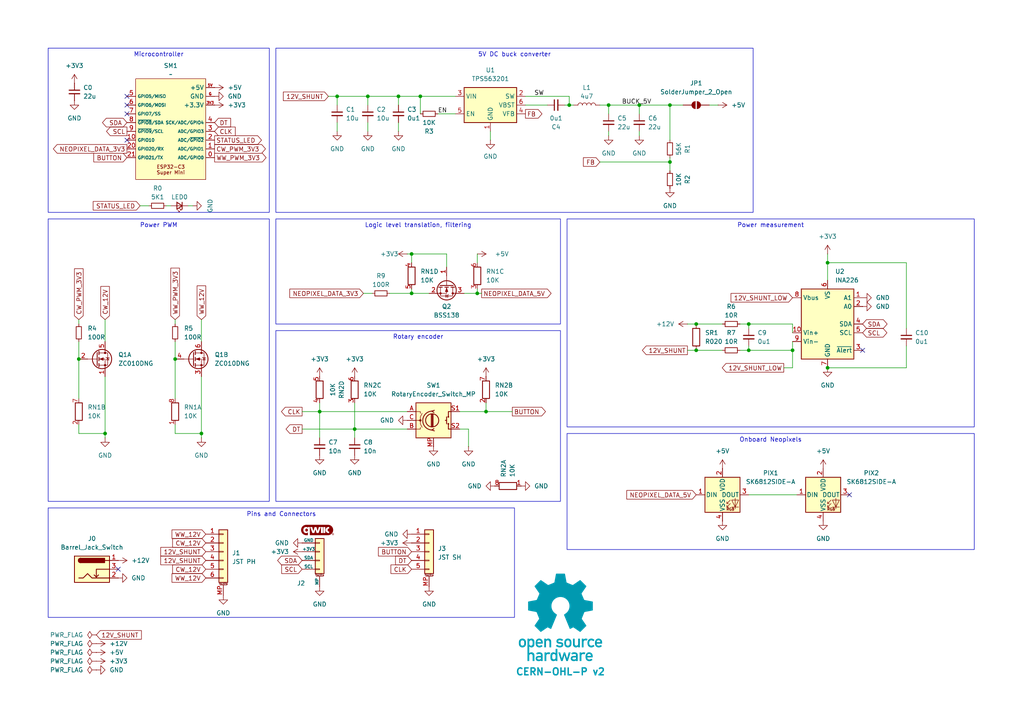
<source format=kicad_sch>
(kicad_sch (version 20231120) (generator "eeschema") (generator_version "8.0")
  (paper "A4")
  (lib_symbols
    (symbol "Connector:Barrel_Jack_Switch" (pin_names hide)
      (property "Reference" "J" (at 0 5.334 0))
      (property "Value" "Barrel_Jack_Switch" (at 0 -5.08 0))
      (symbol "Barrel_Jack_Switch_1_1"
        (pin passive line (at 7.62 2.54 180) (length 2.54) (name "~") (number "1"))
        (pin passive line (at 7.62 -2.54 180) (length 2.54) (name "~") (number "2"))
        (pin passive line (at 7.62 0 180) (length 2.54) (name "~") (number "3"))
      )
    )
    (symbol "Connector_Generic_MountingPin:Conn_01x05_MountingPin" (pin_names (offset 1.016) hide)
      (property "Reference" "J" (at 0 7.62 0))
      (property "Value" "Conn_01x05_MountingPin" (at 1.27 -7.62 0))
      (symbol "Conn_01x05_MountingPin_1_1"
        (text "Mounting" (at 0 -6.731 0) (effects (font (size 0.381 0.381))))
        (pin passive line (at -5.08 5.08 0) (length 3.81) (name "Pin_1") (number "1"))
        (pin passive line (at -5.08 2.54 0) (length 3.81) (name "Pin_2") (number "2"))
        (pin passive line (at -5.08 0 0) (length 3.81) (name "Pin_3") (number "3"))
        (pin passive line (at -5.08 -2.54 0) (length 3.81) (name "Pin_4") (number "4"))
        (pin passive line (at -5.08 -5.08 0) (length 3.81) (name "Pin_5") (number "5"))
        (pin passive line (at 0 -10.16 90) (length 3.048) (name "MountPin") (number "MP"))
      )
    )
    (symbol "Connector_Generic_MountingPin:Conn_01x06_MountingPin" (pin_names (offset 1.016) hide)
      (property "Reference" "J" (at 0 7.62 0))
      (property "Value" "Conn_01x06_MountingPin" (at 1.27 -10.16 0))
      (symbol "Conn_01x06_MountingPin_1_1"
        (text "Mounting" (at 0 -9.271 0) (effects (font (size 0.381 0.381))))
        (pin passive line (at -5.08 5.08 0) (length 3.81) (name "Pin_1") (number "1"))
        (pin passive line (at -5.08 2.54 0) (length 3.81) (name "Pin_2") (number "2"))
        (pin passive line (at -5.08 0 0) (length 3.81) (name "Pin_3") (number "3"))
        (pin passive line (at -5.08 -2.54 0) (length 3.81) (name "Pin_4") (number "4"))
        (pin passive line (at -5.08 -5.08 0) (length 3.81) (name "Pin_5") (number "5"))
        (pin passive line (at -5.08 -7.62 0) (length 3.81) (name "Pin_6") (number "6"))
        (pin passive line (at 0 -12.7 90) (length 3.048) (name "MountPin") (number "MP"))
      )
    )
    (symbol "Device:C_Small" (pin_numbers hide) (pin_names (offset 0.254) hide)
      (property "Reference" "C" (at 0.254 1.778 0))
      (property "Value" "C_Small" (at 0.254 -2.032 0))
      (symbol "C_Small_1_1"
        (pin passive line (at 0 2.54 270) (length 2.032) (name "~") (number "1"))
        (pin passive line (at 0 -2.54 90) (length 2.032) (name "~") (number "2"))
      )
    )
    (symbol "Device:L" (pin_numbers hide) (pin_names (offset 1.016) hide)
      (property "Reference" "L" (at -1.27 0 90))
      (property "Value" "L" (at 1.905 0 90))
      (symbol "L_1_1"
        (pin passive line (at 0 3.81 270) (length 1.27) (name "1") (number "1"))
        (pin passive line (at 0 -3.81 90) (length 1.27) (name "2") (number "2"))
      )
    )
    (symbol "Device:LED_Small" (pin_numbers hide) (pin_names (offset 0.254) hide)
      (property "Reference" "D" (at -1.27 3.175 0))
      (property "Value" "LED_Small" (at -4.445 -2.54 0))
      (symbol "LED_Small_1_1"
        (pin passive line (at -2.54 0 0) (length 1.778) (name "K") (number "1"))
        (pin passive line (at 2.54 0 180) (length 1.778) (name "A") (number "2"))
      )
    )
    (symbol "Device:R" (pin_numbers hide) (pin_names (offset 0))
      (property "Reference" "R" (at 2.032 0 90))
      (property "Value" "R" (at 0 0 90))
      (symbol "R_1_1"
        (pin passive line (at 0 3.81 270) (length 1.27) (name "~") (number "1"))
        (pin passive line (at 0 -3.81 90) (length 1.27) (name "~") (number "2"))
      )
    )
    (symbol "Device:R_Pack04_Split" (pin_names (offset 0) hide)
      (property "Reference" "RN" (at 2.032 0 90))
      (property "Value" "R_Pack04_Split" (at 0 0 90))
      (symbol "R_Pack04_Split_1_1"
        (pin passive line (at 0 -3.81 90) (length 1.27) (name "R1.1") (number "1"))
        (pin passive line (at 0 3.81 270) (length 1.27) (name "R1.2") (number "8"))
      )
      (symbol "R_Pack04_Split_2_1"
        (pin passive line (at 0 -3.81 90) (length 1.27) (name "R2.1") (number "2"))
        (pin passive line (at 0 3.81 270) (length 1.27) (name "R2.2") (number "7"))
      )
      (symbol "R_Pack04_Split_3_1"
        (pin passive line (at 0 -3.81 90) (length 1.27) (name "R3.1") (number "3"))
        (pin passive line (at 0 3.81 270) (length 1.27) (name "R3.2") (number "6"))
      )
      (symbol "R_Pack04_Split_4_1"
        (pin passive line (at 0 -3.81 90) (length 1.27) (name "R4.1") (number "4"))
        (pin passive line (at 0 3.81 270) (length 1.27) (name "R4.2") (number "5"))
      )
    )
    (symbol "Device:R_Small" (pin_numbers hide) (pin_names (offset 0.254) hide)
      (property "Reference" "R" (at 0.762 0.508 0))
      (property "Value" "R_Small" (at 0.762 -1.016 0))
      (symbol "R_Small_1_1"
        (pin passive line (at 0 2.54 270) (length 0.762) (name "~") (number "1"))
        (pin passive line (at 0 -2.54 90) (length 0.762) (name "~") (number "2"))
      )
    )
    (symbol "Device:RotaryEncoder_Switch_MP" (pin_names (offset 0.254) hide)
      (property "Reference" "SW" (at 0 8.89 0))
      (property "Value" "RotaryEncoder_Switch_MP" (at 0 6.35 0))
      (symbol "RotaryEncoder_Switch_MP_1_1"
        (pin passive line (at -7.62 2.54 0) (length 2.54) (name "A") (number "A"))
        (pin passive line (at -7.62 -2.54 0) (length 2.54) (name "B") (number "B"))
        (pin passive line (at -7.62 0 0) (length 2.54) (name "C") (number "C"))
        (pin passive line (at 0 -7.62 90) (length 2.54) (name "MP") (number "MP"))
        (pin passive line (at 7.62 2.54 180) (length 2.54) (name "S1") (number "S1"))
        (pin passive line (at 7.62 -2.54 180) (length 2.54) (name "S2") (number "S2"))
      )
    )
    (symbol "Jumper:SolderJumper_2_Open" (pin_numbers hide) (pin_names (offset 0) hide) (exclude_from_sim yes) (in_bom no)
      (property "Reference" "JP" (at 0 2.032 0))
      (property "Value" "SolderJumper_2_Open" (at 0 -2.54 0))
      (symbol "SolderJumper_2_Open_1_1"
        (pin passive line (at -3.81 0 0) (length 2.54) (name "A") (number "1"))
        (pin passive line (at 3.81 0 180) (length 2.54) (name "B") (number "2"))
      )
    )
    (symbol "Regulator_Switching:TPS563200"
      (property "Reference" "U" (at -7.62 6.35 0))
      (property "Value" "TPS563200" (at -2.54 6.35 0))
      (symbol "TPS563200_1_1"
        (pin power_in line (at 0 -7.62 90) (length 2.54) (name "GND") (number "1"))
        (pin output line (at 10.16 2.54 180) (length 2.54) (name "SW") (number "2"))
        (pin power_in line (at -10.16 2.54 0) (length 2.54) (name "VIN") (number "3"))
        (pin input line (at 10.16 -2.54 180) (length 2.54) (name "VFB") (number "4"))
        (pin input line (at -10.16 -2.54 0) (length 2.54) (name "EN") (number "5"))
        (pin passive line (at 10.16 0 180) (length 2.54) (name "VBST") (number "6"))
      )
    )
    (symbol "Sensor_Energy:INA226"
      (property "Reference" "U" (at -6.35 11.43 0))
      (property "Value" "INA226" (at 3.81 11.43 0))
      (symbol "INA226_1_1"
        (pin input line (at 10.16 7.62 180) (length 2.54) (name "A1") (number "1"))
        (pin input line (at -10.16 -2.54 0) (length 2.54) (name "Vin+") (number "10"))
        (pin input line (at 10.16 5.08 180) (length 2.54) (name "A0") (number "2"))
        (pin open_collector line (at 10.16 -7.62 180) (length 2.54) (name "~{Alert}") (number "3"))
        (pin bidirectional line (at 10.16 0 180) (length 2.54) (name "SDA") (number "4"))
        (pin input line (at 10.16 -2.54 180) (length 2.54) (name "SCL") (number "5"))
        (pin power_in line (at 0 12.7 270) (length 2.54) (name "VS") (number "6"))
        (pin power_in line (at 0 -12.7 90) (length 2.54) (name "GND") (number "7"))
        (pin input line (at -10.16 7.62 0) (length 2.54) (name "Vbus") (number "8"))
        (pin input line (at -10.16 -5.08 0) (length 2.54) (name "Vin-") (number "9"))
      )
    )
    (symbol "Transistor_FET:BSS138" (pin_names hide)
      (property "Reference" "Q" (at 5.08 1.905 0))
      (property "Value" "BSS138" (at 5.08 0 0))
      (symbol "BSS138_1_1"
        (pin input line (at -5.08 0 0) (length 2.54) (name "G") (number "1"))
        (pin passive line (at 2.54 -5.08 90) (length 2.54) (name "S") (number "2"))
        (pin passive line (at 2.54 5.08 270) (length 2.54) (name "D") (number "3"))
      )
    )
    (symbol "connector:Qwiic" (pin_numbers hide) (pin_names (offset 0))
      (property "Reference" "J" (at 2.54 0 0))
      (symbol "Qwiic_1_1"
        (text "Mounting" (at 0 -6.731 0) (effects (font (size 0.381 0.381))))
        (pin passive line (at -5.08 2.54 0) (length 3.81) (name "GND") (number "1"))
        (pin passive line (at -5.08 0 0) (length 3.81) (name "+3V3") (number "2"))
        (pin passive line (at -5.08 -2.54 0) (length 3.81) (name "SDA") (number "3"))
        (pin passive line (at -5.08 -5.08 0) (length 3.81) (name "SCL") (number "4"))
        (pin passive line (at 0 -10.16 90) (length 3.048) (name "MP") (number "MP"))
      )
    )
    (symbol "discrete:SK6812SIDE-A" (pin_names (offset 0.254))
      (property "Reference" "D" (at 5.08 5.715 0))
      (property "Value" "SK6812SIDE-A" (at 1.27 -5.715 0))
      (symbol "SK6812SIDE-A_0_0"
        (text "RGB" (at 2.286 -4.191 0) (effects (font (size 0.762 0.762))))
      )
      (symbol "SK6812SIDE-A_1_1"
        (pin input line (at -7.62 0 0) (length 2.54) (name "DIN") (number "1"))
        (pin power_in line (at 0 7.62 270) (length 2.54) (name "VDD") (number "2"))
        (pin output line (at 7.62 0 180) (length 2.54) (name "DOUT") (number "3"))
        (pin power_in line (at 0 -7.62 90) (length 2.54) (name "VSS") (number "4"))
      )
    )
    (symbol "discrete:ZC010DNG" (pin_names hide)
      (property "Reference" "Q" (at 5.08 1.905 0))
      (property "Value" "ZC010DNG" (at 5.08 0 0))
      (symbol "ZC010DNG_1_1"
        (pin passive line (at 2.54 -5.08 90) (length 2.54) (name "S") (number "1"))
        (pin input line (at -5.08 0 0) (length 2.54) (name "G") (number "2"))
        (pin passive line (at 2.54 5.08 270) (length 2.54) (name "D") (number "5"))
      )
      (symbol "ZC010DNG_2_1"
        (pin passive line (at 2.54 -5.08 90) (length 2.54) (name "S") (number "3"))
        (pin input line (at -5.08 0 0) (length 2.54) (name "G") (number "4"))
        (pin passive line (at 2.54 5.08 270) (length 2.54) (name "D") (number "6"))
      )
    )
    (symbol "module:ESP32-C3-Super-Mini"
      (property "Reference" "SM" (at 0 18.288 0))
      (symbol "ESP32-C3-Super-Mini_1_1"
        (text_box "ESP32-C3\nSuper Mini" (at -7.62 -10.16 0) (size 15.24 -5.08) (stroke (width -0.0001)) (effects (font (size 1.016 1.016)) (justify top)))
        (pin passive line (at 12.7 -8.89 180) (length 2.54) (name "ADC/GPIO0") (number "0"))
        (pin passive line (at 12.7 -6.35 180) (length 2.54) (name "ADC/GPIO1") (number "1"))
        (pin passive line (at -12.7 -3.81 0) (length 2.54) (name "GPIO10") (number "10"))
        (pin passive line (at 12.7 -3.81 180) (length 2.54) (name "ADC/~{GPIO2}") (number "2"))
        (pin passive line (at -12.7 -6.35 0) (length 2.54) (name "GPIO20/RX") (number "20"))
        (pin passive line (at -12.7 -8.89 0) (length 2.54) (name "GPIO21/TX") (number "21"))
        (pin passive line (at 12.7 -1.27 180) (length 2.54) (name "ADC/GPIO3") (number "3"))
        (pin power_in line (at 12.7 6.35 180) (length 2.54) (name "+3.3V") (number "3V3"))
        (pin passive line (at 12.7 1.27 180) (length 2.54) (name "SCK/ADC/GPIO4") (number "4"))
        (pin passive line (at -12.7 8.89 0) (length 2.54) (name "GPIO5/MISO") (number "5"))
        (pin power_in line (at 12.7 11.43 180) (length 2.54) (name "+5V") (number "5V"))
        (pin passive line (at -12.7 6.35 0) (length 2.54) (name "GPIO6/MOSI") (number "6"))
        (pin passive line (at -12.7 3.81 0) (length 2.54) (name "GPIO7/SS") (number "7"))
        (pin passive line (at -12.7 1.27 0) (length 2.54) (name "~{GPIO8}/SDA") (number "8"))
        (pin passive line (at -12.7 -1.27 0) (length 2.54) (name "~{GPIO9}/SCL") (number "9"))
        (pin power_in line (at 12.7 8.89 180) (length 2.54) (name "GND") (number "G"))
      )
    )
    (symbol "power:+3V3" (power) (pin_numbers hide) (pin_names (offset 0) hide)
      (property "Value" "+3V3" (at 0 3.556 0))
      (symbol "+3V3_1_1"
        (pin power_in line (at 0 0 90) (length 0) (name "~") (number "1"))
      )
    )
    (symbol "power:+5V" (power) (pin_numbers hide) (pin_names (offset 0) hide)
      (property "Value" "+5V" (at 0 3.556 0))
      (symbol "+5V_1_1"
        (pin power_in line (at 0 0 90) (length 0) (name "~") (number "1"))
      )
    )
    (symbol "power:GND" (power) (pin_numbers hide) (pin_names (offset 0) hide)
      (property "Value" "GND" (at 0 -3.81 0))
      (symbol "GND_1_1"
        (pin power_in line (at 0 0 270) (length 0) (name "~") (number "1"))
      )
    )
    (symbol "power:PWR_FLAG" (power) (pin_numbers hide) (pin_names (offset 0) hide)
      (property "Value" "PWR_FLAG" (at 0 3.81 0))
      (symbol "PWR_FLAG_0_0"
        (pin power_out line (at 0 0 90) (length 0) (name "~") (number "1"))
      )
    )
    (symbol "power:VCC" (power) (pin_numbers hide) (pin_names (offset 0) hide)
      (property "Value" "VCC" (at 0 3.556 0))
      (symbol "VCC_1_1"
        (pin power_in line (at 0 0 90) (length 0) (name "~") (number "1"))
      )
    )
  )
  (junction (at 165.1 30.48))
  (junction (at 194.31 46.99))
  (junction (at 201.93 93.98))
  (junction (at 217.17 93.98))
  (junction (at 240.03 106.68))
  (junction (at 176.53 30.48))
  (junction (at 138.43 85.09))
  (junction (at 217.17 101.6))
  (junction (at 106.68 27.94))
  (junction (at 201.93 101.6))
  (junction (at 22.86 104.14))
  (junction (at 30.48 125.73))
  (junction (at 92.71 119.38))
  (junction (at 119.38 73.66))
  (junction (at 115.57 27.94))
  (junction (at 185.42 30.48))
  (junction (at 50.8 104.14))
  (junction (at 58.42 125.73))
  (junction (at 119.38 85.09))
  (junction (at 229.87 101.6))
  (junction (at 140.97 119.38))
  (junction (at 194.31 30.48))
  (junction (at 102.87 124.46))
  (junction (at 240.03 76.2))
  (junction (at 97.79 27.94))
  (junction (at 121.92 27.94))
  (no_connect (at 250.19 101.6))
  (no_connect (at 34.29 165.1))
  (no_connect (at 36.83 40.64))
  (no_connect (at 246.38 143.51))
  (no_connect (at 36.83 33.02))
  (no_connect (at 36.83 30.48))
  (no_connect (at 36.83 27.94))
  (wire (pts (xy 229.87 101.6) (xy 217.17 101.6)))
  (wire (pts (xy 229.87 96.52) (xy 229.87 93.98)))
  (wire (pts (xy 115.57 27.94) (xy 121.92 27.94)))
  (wire (pts (xy 138.43 85.09) (xy 139.7 85.09)))
  (wire (pts (xy 194.31 30.48) (xy 194.31 40.64)))
  (wire (pts (xy 214.63 101.6) (xy 217.17 101.6)))
  (wire (pts (xy 240.03 76.2) (xy 240.03 81.28)))
  (wire (pts (xy 199.39 101.6) (xy 201.93 101.6)))
  (wire (pts (xy 217.17 143.51) (xy 231.14 143.51)))
  (wire (pts (xy 217.17 93.98) (xy 217.17 95.25)))
  (wire (pts (xy 201.93 93.98) (xy 209.55 93.98)))
  (wire (pts (xy 115.57 38.1) (xy 115.57 35.56)))
  (wire (pts (xy 173.99 46.99) (xy 194.31 46.99)))
  (wire (pts (xy 97.79 38.1) (xy 97.79 35.56)))
  (wire (pts (xy 106.68 30.48) (xy 106.68 27.94)))
  (wire (pts (xy 140.97 119.38) (xy 148.59 119.38)))
  (wire (pts (xy 22.86 104.14) (xy 22.86 115.57)))
  (wire (pts (xy 138.43 73.66) (xy 138.43 76.2)))
  (wire (pts (xy 240.03 106.68) (xy 262.89 106.68)))
  (wire (pts (xy 194.31 30.48) (xy 198.12 30.48)))
  (wire (pts (xy 163.83 30.48) (xy 165.1 30.48)))
  (wire (pts (xy 97.79 27.94) (xy 106.68 27.94)))
  (wire (pts (xy 92.71 119.38) (xy 92.71 127)))
  (wire (pts (xy 262.89 95.25) (xy 262.89 76.2)))
  (wire (pts (xy 134.62 85.09) (xy 138.43 85.09)))
  (wire (pts (xy 92.71 116.84) (xy 92.71 119.38)))
  (wire (pts (xy 152.4 30.48) (xy 158.75 30.48)))
  (wire (pts (xy 87.63 119.38) (xy 92.71 119.38)))
  (wire (pts (xy 176.53 30.48) (xy 185.42 30.48)))
  (wire (pts (xy 119.38 83.82) (xy 119.38 85.09)))
  (wire (pts (xy 97.79 30.48) (xy 97.79 27.94)))
  (wire (pts (xy 50.8 125.73) (xy 58.42 125.73)))
  (wire (pts (xy 185.42 33.02) (xy 185.42 30.48)))
  (wire (pts (xy 50.8 104.14) (xy 50.8 115.57)))
  (wire (pts (xy 227.33 106.68) (xy 229.87 106.68)))
  (wire (pts (xy 58.42 92.71) (xy 58.42 99.06)))
  (wire (pts (xy 229.87 93.98) (xy 217.17 93.98)))
  (wire (pts (xy 176.53 39.37) (xy 176.53 38.1)))
  (wire (pts (xy 165.1 30.48) (xy 166.37 30.48)))
  (wire (pts (xy 205.74 30.48) (xy 208.28 30.48)))
  (wire (pts (xy 194.31 30.48) (xy 185.42 30.48)))
  (wire (pts (xy 173.99 30.48) (xy 176.53 30.48)))
  (wire (pts (xy 185.42 39.37) (xy 185.42 38.1)))
  (wire (pts (xy 22.86 125.73) (xy 30.48 125.73)))
  (wire (pts (xy 133.35 124.46) (xy 135.89 124.46)))
  (wire (pts (xy 43.18 59.69) (xy 40.64 59.69)))
  (wire (pts (xy 240.03 73.66) (xy 240.03 76.2)))
  (wire (pts (xy 138.43 83.82) (xy 138.43 85.09)))
  (wire (pts (xy 129.54 77.47) (xy 129.54 73.66)))
  (wire (pts (xy 135.89 124.46) (xy 135.89 129.54)))
  (wire (pts (xy 22.86 92.71) (xy 22.86 93.98)))
  (wire (pts (xy 102.87 124.46) (xy 118.11 124.46)))
  (wire (pts (xy 176.53 30.48) (xy 176.53 33.02)))
  (wire (pts (xy 127 33.02) (xy 132.08 33.02)))
  (wire (pts (xy 113.03 85.09) (xy 119.38 85.09)))
  (wire (pts (xy 119.38 85.09) (xy 124.46 85.09)))
  (wire (pts (xy 121.92 27.94) (xy 121.92 33.02)))
  (wire (pts (xy 119.38 73.66) (xy 119.38 76.2)))
  (wire (pts (xy 50.8 92.71) (xy 50.8 93.98)))
  (wire (pts (xy 199.39 93.98) (xy 201.93 93.98)))
  (wire (pts (xy 119.38 73.66) (xy 129.54 73.66)))
  (wire (pts (xy 142.24 40.64) (xy 142.24 38.1)))
  (wire (pts (xy 229.87 106.68) (xy 229.87 101.6)))
  (wire (pts (xy 55.88 59.69) (xy 54.61 59.69)))
  (wire (pts (xy 201.93 101.6) (xy 209.55 101.6)))
  (wire (pts (xy 102.87 124.46) (xy 102.87 127)))
  (wire (pts (xy 106.68 27.94) (xy 115.57 27.94)))
  (wire (pts (xy 30.48 125.73) (xy 30.48 127)))
  (wire (pts (xy 217.17 101.6) (xy 217.17 100.33)))
  (wire (pts (xy 50.8 123.19) (xy 50.8 125.73)))
  (wire (pts (xy 262.89 76.2) (xy 240.03 76.2)))
  (wire (pts (xy 48.26 59.69) (xy 49.53 59.69)))
  (wire (pts (xy 229.87 99.06) (xy 229.87 101.6)))
  (wire (pts (xy 194.31 46.99) (xy 194.31 49.53)))
  (wire (pts (xy 214.63 93.98) (xy 217.17 93.98)))
  (wire (pts (xy 194.31 45.72) (xy 194.31 46.99)))
  (wire (pts (xy 262.89 100.33) (xy 262.89 106.68)))
  (wire (pts (xy 58.42 125.73) (xy 58.42 127)))
  (wire (pts (xy 22.86 123.19) (xy 22.86 125.73)))
  (wire (pts (xy 152.4 27.94) (xy 165.1 27.94)))
  (wire (pts (xy 50.8 99.06) (xy 50.8 104.14)))
  (wire (pts (xy 95.25 27.94) (xy 97.79 27.94)))
  (wire (pts (xy 87.63 124.46) (xy 102.87 124.46)))
  (wire (pts (xy 58.42 109.22) (xy 58.42 125.73)))
  (wire (pts (xy 121.92 27.94) (xy 132.08 27.94)))
  (wire (pts (xy 165.1 27.94) (xy 165.1 30.48)))
  (wire (pts (xy 115.57 30.48) (xy 115.57 27.94)))
  (wire (pts (xy 133.35 119.38) (xy 140.97 119.38)))
  (wire (pts (xy 30.48 92.71) (xy 30.48 99.06)))
  (wire (pts (xy 30.48 109.22) (xy 30.48 125.73)))
  (wire (pts (xy 102.87 124.46) (xy 102.87 116.84)))
  (wire (pts (xy 92.71 119.38) (xy 118.11 119.38)))
  (wire (pts (xy 140.97 116.84) (xy 140.97 119.38)))
  (wire (pts (xy 118.11 73.66) (xy 119.38 73.66)))
  (wire (pts (xy 106.68 38.1) (xy 106.68 35.56)))
  (wire (pts (xy 22.86 99.06) (xy 22.86 104.14)))
  (wire (pts (xy 105.41 85.09) (xy 107.95 85.09)))
  (image (at 162.56 179.07) (scale 0.37481))
  (text_box "Rotary encoder" (at 80.01 95.885 0) (size 82.55 49.53) (effects (font (size 1.27 1.27)) (justify top)))
  (text_box "5V DC buck converter" (at 80.01 13.97 0) (size 138.43 47.625) (effects (font (size 1.27 1.27)) (justify top)))
  (text_box "Onboard Neopixels" (at 164.465 125.73 0) (size 118.11 33.655) (effects (font (size 1.27 1.27)) (justify top)))
  (text_box "Logic level translation, filtering" (at 80.01 63.5 0) (size 82.55 30.48) (effects (font (size 1.27 1.27)) (justify top)))
  (text_box "Power PWM" (at 13.97 63.5 0) (size 64.135 81.915) (effects (font (size 1.27 1.27)) (justify top)))
  (text_box "Power measurement" (at 164.465 63.5 0) (size 118.11 60.325) (effects (font (size 1.27 1.27)) (justify top)))
  (text_box "Pins and Connectors" (at 13.97 147.32 0) (size 135.255 31.75) (effects (font (size 1.27 1.27)) (justify top)))
  (text_box "Microcontroller" (at 13.97 13.97 0) (size 64.135 47.625) (effects (font (size 1.27 1.27)) (justify top)))
  (text "CERN-OHL-P v2" (at 162.56 195.072 0) (effects (font (size 2 2) (thickness 0.4) (bold yes))))
  (label "BUCK_5V" (at 180.34 30.48 0))
  (label "EN" (at 127 33.02 0))
  (label "SW" (at 154.94 27.94 0))
  (global_label "CW_12V" (shape input) (at 59.69 157.48 180) (property "Intersheetrefs" "${INTERSHEET_REFS}" (effects (hide yes))))
  (global_label "DT" (shape input) (at 119.38 162.56 180) (property "Intersheetrefs" "${INTERSHEET_REFS}" (effects (hide yes))))
  (global_label "STATUS_LED" (shape output) (at 62.23 40.64 0) (property "Intersheetrefs" "${INTERSHEET_REFS}" (effects (hide yes))))
  (global_label "12V_SHUNT_LOW" (shape input) (at 229.87 86.36 180) (property "Intersheetrefs" "${INTERSHEET_REFS}" (effects (hide yes))))
  (global_label "12V_SHUNT" (shape input) (at 95.25 27.94 180) (property "Intersheetrefs" "${INTERSHEET_REFS}" (effects (hide yes))))
  (global_label "WW_PWM_3V3" (shape output) (at 62.23 45.72 0) (property "Intersheetrefs" "${INTERSHEET_REFS}" (effects (hide yes))))
  (global_label "SDA" (shape bidirectional) (at 250.19 93.98 0) (property "Intersheetrefs" "${INTERSHEET_REFS}" (effects (hide yes))))
  (global_label "12V_SHUNT" (shape input) (at 59.69 162.56 180) (property "Intersheetrefs" "${INTERSHEET_REFS}" (effects (hide yes))))
  (global_label "12V_SHUNT" (shape input) (at 27.94 184.15 0) (property "Intersheetrefs" "${INTERSHEET_REFS}" (effects (hide yes))))
  (global_label "CW_PWM_3V3" (shape output) (at 62.23 43.18 0) (property "Intersheetrefs" "${INTERSHEET_REFS}" (effects (hide yes))))
  (global_label "CW_12V" (shape input) (at 30.48 92.71 90) (property "Intersheetrefs" "${INTERSHEET_REFS}" (effects (hide yes))))
  (global_label "SCL" (shape bidirectional) (at 250.19 96.52 0) (property "Intersheetrefs" "${INTERSHEET_REFS}" (effects (hide yes))))
  (global_label "SDA" (shape bidirectional) (at 36.83 35.56 180) (property "Intersheetrefs" "${INTERSHEET_REFS}" (effects (hide yes))))
  (global_label "12V_SHUNT_LOW" (shape output) (at 227.33 106.68 180) (property "Intersheetrefs" "${INTERSHEET_REFS}" (effects (hide yes))))
  (global_label "CLK" (shape input) (at 62.23 38.1 0) (property "Intersheetrefs" "${INTERSHEET_REFS}" (effects (hide yes))))
  (global_label "WW_12V" (shape input) (at 58.42 92.71 90) (property "Intersheetrefs" "${INTERSHEET_REFS}" (effects (hide yes))))
  (global_label "CW_12V" (shape input) (at 59.69 165.1 180) (property "Intersheetrefs" "${INTERSHEET_REFS}" (effects (hide yes))))
  (global_label "12V_SHUNT" (shape output) (at 199.39 101.6 180) (property "Intersheetrefs" "${INTERSHEET_REFS}" (effects (hide yes))))
  (global_label "STATUS_LED" (shape input) (at 40.64 59.69 180) (property "Intersheetrefs" "${INTERSHEET_REFS}" (effects (hide yes))))
  (global_label "BUTTON" (shape input) (at 119.38 160.02 180) (property "Intersheetrefs" "${INTERSHEET_REFS}" (effects (hide yes))))
  (global_label "FB" (shape input) (at 173.99 46.99 180) (property "Intersheetrefs" "${INTERSHEET_REFS}" (effects (hide yes))))
  (global_label "NEOPIXEL_DATA_3V3" (shape input) (at 105.41 85.09 180) (property "Intersheetrefs" "${INTERSHEET_REFS}" (effects (hide yes))))
  (global_label "SCL" (shape input) (at 87.63 165.1 180) (property "Intersheetrefs" "${INTERSHEET_REFS}" (effects (hide yes))))
  (global_label "FB" (shape output) (at 152.4 33.02 0) (property "Intersheetrefs" "${INTERSHEET_REFS}" (effects (hide yes))))
  (global_label "SCL" (shape output) (at 36.83 38.1 180) (property "Intersheetrefs" "${INTERSHEET_REFS}" (effects (hide yes))))
  (global_label "BUTTON" (shape input) (at 36.83 45.72 180) (property "Intersheetrefs" "${INTERSHEET_REFS}" (effects (hide yes))))
  (global_label "BUTTON" (shape output) (at 148.59 119.38 0) (property "Intersheetrefs" "${INTERSHEET_REFS}" (effects (hide yes))))
  (global_label "NEOPIXEL_DATA_5V" (shape input) (at 201.93 143.51 180) (property "Intersheetrefs" "${INTERSHEET_REFS}" (effects (hide yes))))
  (global_label "NEOPIXEL_DATA_5V" (shape output) (at 139.7 85.09 0) (property "Intersheetrefs" "${INTERSHEET_REFS}" (effects (hide yes))))
  (global_label "CLK" (shape input) (at 119.38 165.1 180) (property "Intersheetrefs" "${INTERSHEET_REFS}" (effects (hide yes))))
  (global_label "DT" (shape output) (at 87.63 124.46 180) (property "Intersheetrefs" "${INTERSHEET_REFS}" (effects (hide yes))))
  (global_label "WW_12V" (shape input) (at 59.69 167.64 180) (property "Intersheetrefs" "${INTERSHEET_REFS}" (effects (hide yes))))
  (global_label "CW_PWM_3V3" (shape input) (at 22.86 92.71 90) (property "Intersheetrefs" "${INTERSHEET_REFS}" (effects (hide yes))))
  (global_label "NEOPIXEL_DATA_3V3" (shape output) (at 36.83 43.18 180) (property "Intersheetrefs" "${INTERSHEET_REFS}" (effects (hide yes))))
  (global_label "DT" (shape input) (at 62.23 35.56 0) (property "Intersheetrefs" "${INTERSHEET_REFS}" (effects (hide yes))))
  (global_label "SDA" (shape bidirectional) (at 87.63 162.56 180) (property "Intersheetrefs" "${INTERSHEET_REFS}" (effects (hide yes))))
  (global_label "WW_PWM_3V3" (shape input) (at 50.8 92.71 90) (property "Intersheetrefs" "${INTERSHEET_REFS}" (effects (hide yes))))
  (global_label "CLK" (shape output) (at 87.63 119.38 180) (property "Intersheetrefs" "${INTERSHEET_REFS}" (effects (hide yes))))
  (global_label "WW_12V" (shape input) (at 59.69 154.94 180) (property "Intersheetrefs" "${INTERSHEET_REFS}" (effects (hide yes))))
  (global_label "12V_SHUNT" (shape input) (at 59.69 160.02 180) (property "Intersheetrefs" "${INTERSHEET_REFS}" (effects (hide yes))))
  (symbol (lib_id "Device:R_Pack04_Split") (at 102.87 113.03 0) (unit 3)
    (property "Reference" "RN2" (at 105.41 111.7599 0) (effects (justify left)))
    (property "Value" "10K" (at 105.41 114.2999 0) (effects (justify left)))
    (property "Footprint" "Resistor_SMD:R_Array_Convex_4x0603" (effects (hide yes)))
    (property "Description" "4 resistor network, parallel topology, split" (effects (hide yes)))
  )
  (symbol (lib_id "Device:C_Small") (at 92.71 129.54 0) (unit 1)
    (property "Reference" "C7" (at 95.25 128.2762 0) (effects (justify left)))
    (property "Value" "10n" (at 95.25 130.8162 0) (effects (justify left)))
    (property "Footprint" "discrete:C_0603_1608Metric_Pad1.08x0.95mm_HandSolder" (effects (hide yes)))
    (property "Description" "Unpolarized capacitor, small symbol" (effects (hide yes)))
  )
  (symbol (lib_id "Device:C_Small") (at 102.87 129.54 0) (unit 1)
    (property "Reference" "C8" (at 105.41 128.2762 0) (effects (justify left)))
    (property "Value" "10n" (at 105.41 130.8162 0) (effects (justify left)))
    (property "Footprint" "discrete:C_0603_1608Metric_Pad1.08x0.95mm_HandSolder" (effects (hide yes)))
    (property "Description" "Unpolarized capacitor, small symbol" (effects (hide yes)))
  )
  (symbol (lib_id "power:VCC") (at 21.59 24.13 0) (unit 1)
    (property "Reference" "#PWR08" (effects (hide yes)))
    (property "Value" "+3V3" (at 21.59 19.05 0))
    (property "Description" "Power symbol creates a global label with name \"VCC\"" (effects (hide yes)))
  )
  (symbol (lib_id "Sensor_Energy:INA226") (at 240.03 93.98 0) (unit 1)
    (property "Reference" "U2" (at 242.2241 78.74 0) (effects (justify left)))
    (property "Value" "INA226" (at 242.2241 81.28 0) (effects (justify left)))
    (property "Footprint" "Package_SO:VSSOP-10_3x3mm_P0.5mm" (effects (hide yes)))
    (property "Datasheet" "http://www.ti.com/lit/ds/symlink/ina226.pdf" (effects (hide yes)))
    (property "Description" "High-Side or Low-Side Measurement, Bi-Directional Current and Power Monitor (0-36V) with I2C Compatible Interface, VSSOP-10" (effects (hide yes)))
  )
  (symbol (lib_id "Device:C_Small") (at 185.42 35.56 0) (unit 1)
    (property "Reference" "C6" (at 187.96 34.2962 0) (effects (justify left)))
    (property "Value" "22u" (at 187.96 36.8362 0) (effects (justify left)))
    (property "Footprint" "discrete:C_0603_1608Metric_Pad1.08x0.95mm_HandSolder" (effects (hide yes)))
    (property "Description" "Unpolarized capacitor, small symbol" (effects (hide yes)))
  )
  (symbol (lib_id "Device:C_Small") (at 115.57 33.02 0) (unit 1)
    (property "Reference" "C3" (at 118.11 31.7562 0) (effects (justify left)))
    (property "Value" "0u1" (at 118.11 34.2962 0) (effects (justify left)))
    (property "Footprint" "discrete:C_0603_1608Metric_Pad1.08x0.95mm_HandSolder" (effects (hide yes)))
    (property "Description" "Unpolarized capacitor, small symbol" (effects (hide yes)))
  )
  (symbol (lib_id "power:GND") (at 92.71 132.08 0) (unit 1)
    (property "Reference" "#PWR034" (effects (hide yes)))
    (property "Value" "GND" (at 92.71 137.16 0))
    (property "Description" "Power symbol creates a global label with name \"GND\" , ground" (effects (hide yes)))
  )
  (symbol (lib_id "power:+5V") (at 209.55 135.89 0) (unit 1)
    (property "Reference" "#PWR026" (effects (hide yes)))
    (property "Value" "+5V" (at 209.55 130.81 0))
    (property "Description" "Power symbol creates a global label with name \"+5V\"" (effects (hide yes)))
  )
  (symbol (lib_id "power:GND") (at 97.79 38.1 0) (unit 1)
    (property "Reference" "#PWR013" (effects (hide yes)))
    (property "Value" "GND" (at 97.79 43.18 0))
    (property "Description" "Power symbol creates a global label with name \"GND\" , ground" (effects (hide yes)))
  )
  (symbol (lib_id "Device:C_Small") (at 161.29 30.48 90) (mirror x) (unit 1)
    (property "Reference" "C4" (at 161.2963 36.83 90))
    (property "Value" "0u1" (at 161.2963 34.29 90))
    (property "Footprint" "discrete:C_0603_1608Metric_Pad1.08x0.95mm_HandSolder" (effects (hide yes)))
    (property "Description" "Unpolarized capacitor, small symbol" (effects (hide yes)))
  )
  (symbol (lib_id "discrete:ZC010DNG") (at 55.88 104.14 0) (unit 2)
    (property "Reference" "Q1" (at 62.23 102.8699 0) (effects (justify left)))
    (property "Value" "ZC010DNG" (at 62.23 105.4099 0) (effects (justify left)))
    (property "Footprint" "package:PDFN-8_L3.2-W3.1-P0.65-LS3.4-BL-EP2" (effects (hide yes)))
    (property "Datasheet" "https://www.lcsc.com/datasheet/lcsc_datasheet_2407301051_DOINGTER-ZC010DNG_C36499170.pdf" (effects (hide yes)))
    (property "Description" "35A Id, 30V Vds, Dual N-Channel MOSFET, PDFN-8(3x3)" (effects (hide yes)))
    (property "LCSC Part" "C36499170" (effects (hide yes)))
  )
  (symbol (lib_id "Device:R_Pack04_Split") (at 50.8 119.38 0) (unit 1)
    (property "Reference" "RN1" (at 53.34 118.1099 0) (effects (justify left)))
    (property "Value" "10K" (at 53.34 120.6499 0) (effects (justify left)))
    (property "Footprint" "Resistor_SMD:R_Array_Convex_4x0603" (effects (hide yes)))
    (property "Description" "4 resistor network, parallel topology, split" (effects (hide yes)))
  )
  (symbol (lib_id "Device:R_Small") (at 22.86 96.52 180) (unit 1)
    (property "Reference" "R4" (at 25.4 95.2499 0) (effects (justify right)))
    (property "Value" "100R" (at 25.4 97.7899 0) (effects (justify right)))
    (property "Footprint" "Resistor_SMD:R_0603_1608Metric_Pad0.98x0.95mm_HandSolder" (effects (hide yes)))
    (property "Description" "Resistor, small symbol" (effects (hide yes)))
  )
  (symbol (lib_id "power:GND") (at 209.55 151.13 0) (unit 1)
    (property "Reference" "#PWR028" (effects (hide yes)))
    (property "Value" "GND" (at 209.55 156.21 0))
    (property "Description" "Power symbol creates a global label with name \"GND\" , ground" (effects (hide yes)))
  )
  (symbol (lib_id "Device:LED_Small") (at 52.07 59.69 180) (unit 1)
    (property "Reference" "LED0" (at 52.07 57.15 0))
    (property "Value" "LED_Small" (effects (hide yes)))
    (property "Footprint" "custom:LED_0603_1608Metric_Pad1.05x0.95mm_HandSolder_simple" (effects (hide yes)))
    (property "Description" "Light emitting diode, small symbol" (effects (hide yes)))
  )
  (symbol (lib_id "Connector:Barrel_Jack_Switch") (at 26.67 165.1 0) (unit 1)
    (property "Reference" "J0" (at 26.67 156.21 0))
    (property "Value" "Barrel_Jack_Switch" (at 26.67 158.75 0))
    (property "Footprint" "connector:BarrelJack_DC-050_SMT_Horizontal" (effects (hide yes)))
    (property "Description" "DC Barrel Jack with an internal switch" (effects (hide yes)))
  )
  (symbol (lib_id "power:VCC") (at 27.94 186.69 270) (unit 1)
    (property "Reference" "#PWR020" (effects (hide yes)))
    (property "Value" "+12V" (at 31.75 186.6899 90) (effects (justify left)))
    (property "Description" "Power symbol creates a global label with name \"VCC\"" (effects (hide yes)))
  )
  (symbol (lib_id "connector:Qwiic") (at 92.71 160.02 0) (unit 1)
    (property "Reference" "J2" (at 86.106 169.164 0) (effects (justify left)))
    (property "Value" "Qwiic" (effects (hide yes)))
    (property "Footprint" "connector:Qwiic-SMD-horizontal-logo" (effects (hide yes)))
    (property "Datasheet" "https://www.sparkfun.com/qwiic" (effects (hide yes)))
    (property "Description" "Qwiic connector, JST SH 1.0mm 1x04" (effects (hide yes)))
  )
  (symbol (lib_id "Device:C_Small") (at 97.79 33.02 0) (unit 1)
    (property "Reference" "C1" (at 100.33 31.7562 0) (effects (justify left)))
    (property "Value" "10u" (at 100.33 34.2962 0) (effects (justify left)))
    (property "Footprint" "discrete:C_0603_1608Metric_Pad1.08x0.95mm_HandSolder" (effects (hide yes)))
    (property "Description" "Unpolarized capacitor, small symbol" (effects (hide yes)))
  )
  (symbol (lib_id "power:GND") (at 151.13 140.97 90) (unit 1)
    (property "Reference" "#PWR043" (effects (hide yes)))
    (property "Value" "GND" (at 154.94 140.9699 90) (effects (justify right)))
    (property "Description" "Power symbol creates a global label with name \"GND\" , ground" (effects (hide yes)))
  )
  (symbol (lib_id "power:VCC") (at 87.63 160.02 90) (unit 1)
    (property "Reference" "#PWR031" (effects (hide yes)))
    (property "Value" "+3V3" (at 83.82 160.0199 90) (effects (justify left)))
    (property "Description" "Power symbol creates a global label with name \"VCC\"" (effects (hide yes)))
  )
  (symbol (lib_id "power:GND") (at 125.73 129.54 0) (unit 1)
    (property "Reference" "#PWR038" (effects (hide yes)))
    (property "Value" "GND" (at 125.73 134.62 0))
    (property "Description" "Power symbol creates a global label with name \"GND\" , ground" (effects (hide yes)))
  )
  (symbol (lib_id "Device:C_Small") (at 21.59 26.67 0) (unit 1)
    (property "Reference" "C0" (at 24.13 25.4062 0) (effects (justify left)))
    (property "Value" "22u" (at 24.13 27.9462 0) (effects (justify left)))
    (property "Footprint" "discrete:C_0603_1608Metric_Pad1.08x0.95mm_HandSolder" (effects (hide yes)))
    (property "Description" "Unpolarized capacitor, small symbol" (effects (hide yes)))
  )
  (symbol (lib_id "power:VCC") (at 240.03 73.66 0) (unit 1)
    (property "Reference" "#PWR012" (effects (hide yes)))
    (property "Value" "+3V3" (at 240.03 68.58 0))
    (property "Description" "Power symbol creates a global label with name \"VCC\"" (effects (hide yes)))
  )
  (symbol (lib_id "Device:R_Small") (at 212.09 93.98 90) (unit 1)
    (property "Reference" "R6" (at 212.09 88.9 90))
    (property "Value" "10R" (at 212.09 91.44 90))
    (property "Footprint" "Resistor_SMD:R_0402_1005Metric" (effects (hide yes)))
    (property "Description" "Resistor, small symbol" (effects (hide yes)))
    (property "LCSC Part" "C25077" (effects (hide yes)))
  )
  (symbol (lib_id "power:GND") (at 102.87 132.08 0) (unit 1)
    (property "Reference" "#PWR036" (effects (hide yes)))
    (property "Value" "GND" (at 102.87 137.16 0))
    (property "Description" "Power symbol creates a global label with name \"GND\" , ground" (effects (hide yes)))
  )
  (symbol (lib_id "Regulator_Switching:TPS563200") (at 142.24 30.48 0) (unit 1)
    (property "Reference" "U1" (at 142.24 20.32 0))
    (property "Value" "TPS563201" (at 142.24 22.86 0))
    (property "Footprint" "package:SOT-23-6" (effects (hide yes)))
    (property "Datasheet" "http://www.ti.com/lit/ds/symlink/tps563200.pdf" (effects (hide yes)))
    (property "Description" "3A Synchronous Step-Down Voltage Regulator, Adjustable Output Voltage, 4.5-17V Input Voltage, SOT-23-6" (effects (hide yes)))
  )
  (symbol (lib_id "Device:R_Small") (at 124.46 33.02 90) (mirror x) (unit 1)
    (property "Reference" "R3" (at 124.46 38.1 90))
    (property "Value" "10K" (at 124.46 35.56 90))
    (property "Footprint" "Resistor_SMD:R_0603_1608Metric_Pad0.98x0.95mm_HandSolder" (effects (hide yes)))
    (property "Description" "Resistor, small symbol" (effects (hide yes)))
  )
  (symbol (lib_id "module:ESP32-C3-Super-Mini") (at 49.53 36.83 0) (unit 1)
    (property "Reference" "SM1" (at 49.53 19.05 0))
    (property "Value" "~" (at 49.53 21.59 0))
    (property "Footprint" "module:ESP32-C3-Super-Mini-Castellated-SMD-only" (effects (hide yes)))
  )
  (symbol (lib_id "Device:R_Small") (at 194.31 43.18 0) (mirror x) (unit 1)
    (property "Reference" "R1" (at 199.39 43.18 90))
    (property "Value" "56K" (at 196.85 43.18 90))
    (property "Footprint" "Resistor_SMD:R_0603_1608Metric_Pad0.98x0.95mm_HandSolder" (effects (hide yes)))
    (property "Description" "Resistor, small symbol" (effects (hide yes)))
  )
  (symbol (lib_id "power:VCC") (at 27.94 191.77 270) (unit 1)
    (property "Reference" "#PWR01" (effects (hide yes)))
    (property "Value" "+3V3" (at 31.75 191.7699 90) (effects (justify left)))
    (property "Description" "Power symbol creates a global label with name \"VCC\"" (effects (hide yes)))
  )
  (symbol (lib_id "power:PWR_FLAG") (at 27.94 184.15 90) (unit 1)
    (property "Reference" "#FLG05" (effects (hide yes)))
    (property "Value" "PWR_FLAG" (at 24.13 184.1499 90) (effects (justify left)))
    (property "Description" "Special symbol for telling ERC where power comes from" (effects (hide yes)))
  )
  (symbol (lib_id "power:VCC") (at 34.29 162.56 270) (unit 1)
    (property "Reference" "#PWR046" (effects (hide yes)))
    (property "Value" "+12V" (at 38.1 162.5599 90) (effects (justify left)))
    (property "Description" "Power symbol creates a global label with name \"VCC\"" (effects (hide yes)))
  )
  (symbol (lib_id "Device:R_Small") (at 45.72 59.69 270) (mirror x) (unit 1)
    (property "Reference" "R0" (at 45.72 54.61 90))
    (property "Value" "5K1" (at 45.72 57.15 90))
    (property "Footprint" "discrete:R_0402_1005Metric" (effects (hide yes)))
    (property "Description" "Resistor, small symbol" (effects (hide yes)))
  )
  (symbol (lib_id "Device:C_Small") (at 262.89 97.79 0) (unit 1)
    (property "Reference" "C10" (at 265.43 96.5262 0) (effects (justify left)))
    (property "Value" "0u1" (at 265.43 99.0662 0) (effects (justify left)))
    (property "Footprint" "discrete:C_0402_1005Metric" (effects (hide yes)))
    (property "Description" "Unpolarized capacitor, small symbol" (effects (hide yes)))
    (property "LCSC Part" "C152814" (effects (hide yes)))
  )
  (symbol (lib_id "Jumper:SolderJumper_2_Open") (at 201.93 30.48 0) (unit 1) (exclude_from_sim yes) (in_bom no)
    (property "Reference" "JP1" (at 201.93 24.13 0))
    (property "Value" "SolderJumper_2_Open" (at 201.93 26.67 0))
    (property "Footprint" "Jumper:SolderJumper-2_P1.3mm_Open_TrianglePad1.0x1.5mm" (effects (hide yes)))
    (property "Description" "Solder Jumper, 2-pole, open" (effects (hide yes)))
  )
  (symbol (lib_id "Device:R_Pack04_Split") (at 119.38 80.01 180) (unit 4)
    (property "Reference" "RN1" (at 121.92 78.7399 0) (effects (justify right)))
    (property "Value" "10K" (at 121.92 81.2799 0) (effects (justify right)))
    (property "Footprint" "Resistor_SMD:R_Array_Convex_4x0603" (effects (hide yes)))
    (property "Description" "4 resistor network, parallel topology, split" (effects (hide yes)))
  )
  (symbol (lib_id "discrete:SK6812SIDE-A") (at 238.76 143.51 0) (unit 1)
    (property "Reference" "PIX2" (at 252.73 137.1914 0))
    (property "Value" "SK6812SIDE-A" (at 252.73 139.7314 0))
    (property "Footprint" "discrete:LED_SK6812SIDE-A_4.0x1.6mm" (effects (hide yes)))
    (property "Datasheet" "https://www.lcsc.com/datasheet/lcsc_datasheet_2108251530_OPSCO-Optoelectronics-SK6812SIDE-A-RVS_C2890037.pdf" (effects (hide yes)))
    (property "Description" "RGB LED with integrated controller, side view" (effects (hide yes)))
    (property "LCSC Part" "C2890037" (effects (hide yes)))
  )
  (symbol (lib_id "power:VCC") (at 140.97 109.22 0) (unit 1)
    (property "Reference" "#PWR040" (effects (hide yes)))
    (property "Value" "+3V3" (at 140.97 104.14 0))
    (property "Description" "Power symbol creates a global label with name \"VCC\"" (effects (hide yes)))
  )
  (symbol (lib_id "power:VCC") (at 27.94 189.23 270) (unit 1)
    (property "Reference" "#PWR06" (effects (hide yes)))
    (property "Value" "+5V" (at 31.75 189.2299 90) (effects (justify left)))
    (property "Description" "Power symbol creates a global label with name \"VCC\"" (effects (hide yes)))
  )
  (symbol (lib_id "power:GND") (at 142.24 40.64 0) (unit 1)
    (property "Reference" "#PWR016" (effects (hide yes)))
    (property "Value" "GND" (at 142.24 45.3701 0))
    (property "Description" "Power symbol creates a global label with name \"GND\" , ground" (effects (hide yes)))
  )
  (symbol (lib_id "power:GND") (at 92.71 170.18 0) (unit 1)
    (property "Reference" "#PWR032" (effects (hide yes)))
    (property "Value" "GND" (at 92.71 175.26 0))
    (property "Description" "Power symbol creates a global label with name \"GND\" , ground" (effects (hide yes)))
  )
  (symbol (lib_id "power:GND") (at 58.42 127 0) (unit 1)
    (property "Reference" "#PWR024" (effects (hide yes)))
    (property "Value" "GND" (at 58.42 132.08 0))
    (property "Description" "Power symbol creates a global label with name \"GND\" , ground" (effects (hide yes)))
  )
  (symbol (lib_id "Device:RotaryEncoder_Switch_MP") (at 125.73 121.92 0) (unit 1)
    (property "Reference" "SW1" (at 125.73 111.76 0))
    (property "Value" "RotaryEncoder_Switch_MP" (at 125.73 114.3 0))
    (property "Footprint" "electromechanical:RotaryEncoder_Alps_EC11-Switch_Combo_H20mm" (effects (hide yes)))
    (property "Description" "Rotary encoder, dual channel, incremental quadrate outputs, with switch and MP Pin" (effects (hide yes)))
  )
  (symbol (lib_id "power:GND") (at 27.94 194.31 90) (unit 1)
    (property "Reference" "#PWR02" (effects (hide yes)))
    (property "Value" "GND" (at 31.75 194.3099 90) (effects (justify right)))
    (property "Description" "Power symbol creates a global label with name \"GND\" , ground" (effects (hide yes)))
  )
  (symbol (lib_id "discrete:ZC010DNG") (at 27.94 104.14 0) (unit 1)
    (property "Reference" "Q1" (at 34.29 102.8699 0) (effects (justify left)))
    (property "Value" "ZC010DNG" (at 34.29 105.4099 0) (effects (justify left)))
    (property "Footprint" "package:PDFN-8_L3.2-W3.1-P0.65-LS3.4-BL-EP2" (effects (hide yes)))
    (property "Datasheet" "https://www.lcsc.com/datasheet/lcsc_datasheet_2407301051_DOINGTER-ZC010DNG_C36499170.pdf" (effects (hide yes)))
    (property "Description" "35A Id, 30V Vds, Dual N-Channel MOSFET, PDFN-8(3x3)" (effects (hide yes)))
    (property "LCSC Part" "C36499170" (effects (hide yes)))
  )
  (symbol (lib_id "power:GND") (at 250.19 86.36 90) (unit 1)
    (property "Reference" "#PWR025" (effects (hide yes)))
    (property "Value" "GND" (at 254 86.3599 90) (effects (justify right)))
    (property "Description" "Power symbol creates a global label with name \"GND\" , ground" (effects (hide yes)))
  )
  (symbol (lib_id "power:VCC") (at 62.23 25.4 270) (unit 1)
    (property "Reference" "#PWR04" (effects (hide yes)))
    (property "Value" "+5V" (at 66.04 25.3999 90) (effects (justify left)))
    (property "Description" "Power symbol creates a global label with name \"VCC\"" (effects (hide yes)))
  )
  (symbol (lib_id "power:GND") (at 238.76 151.13 0) (unit 1)
    (property "Reference" "#PWR044" (effects (hide yes)))
    (property "Value" "GND" (at 238.76 156.21 0))
    (property "Description" "Power symbol creates a global label with name \"GND\" , ground" (effects (hide yes)))
  )
  (symbol (lib_id "Device:R_Small") (at 50.8 96.52 180) (unit 1)
    (property "Reference" "R5" (at 53.34 95.2499 0) (effects (justify right)))
    (property "Value" "100R" (at 53.34 97.7899 0) (effects (justify right)))
    (property "Footprint" "Resistor_SMD:R_0603_1608Metric_Pad0.98x0.95mm_HandSolder" (effects (hide yes)))
    (property "Description" "Resistor, small symbol" (effects (hide yes)))
  )
  (symbol (lib_id "power:GND") (at 176.53 39.37 0) (unit 1)
    (property "Reference" "#PWR017" (effects (hide yes)))
    (property "Value" "GND" (at 176.53 44.45 0))
    (property "Description" "Power symbol creates a global label with name \"GND\" , ground" (effects (hide yes)))
  )
  (symbol (lib_id "Connector_Generic_MountingPin:Conn_01x06_MountingPin") (at 64.77 160.02 0) (unit 1)
    (property "Reference" "J1" (at 67.31 160.3755 0) (effects (justify left)))
    (property "Value" "JST PH" (at 67.31 162.9155 0) (effects (justify left)))
    (property "Footprint" "connector:JST_PH_S6B-PH-SM4-TB_1x06-1MP_P2.00mm_Horizontal" (effects (hide yes)))
    (property "Description" "Generic connectable mounting pin connector, single row, 01x06, script generated (kicad-library-utils/schlib/autogen/connector/)" (effects (hide yes)))
  )
  (symbol (lib_id "Device:R_Small") (at 110.49 85.09 270) (mirror x) (unit 1)
    (property "Reference" "R9" (at 110.49 80.01 90))
    (property "Value" "100R" (at 110.49 82.55 90))
    (property "Footprint" "Resistor_SMD:R_0603_1608Metric_Pad0.98x0.95mm_HandSolder" (effects (hide yes)))
    (property "Description" "Resistor, small symbol" (effects (hide yes)))
  )
  (symbol (lib_id "power:+5V") (at 138.43 73.66 270) (unit 1)
    (property "Reference" "#PWR029" (effects (hide yes)))
    (property "Value" "+5V" (at 143.51 73.6599 90) (effects (justify left)))
    (property "Description" "Power symbol creates a global label with name \"+5V\"" (effects (hide yes)))
  )
  (symbol (lib_id "power:GND") (at 124.46 170.18 0) (unit 1)
    (property "Reference" "#PWR050" (effects (hide yes)))
    (property "Value" "GND" (at 124.46 175.26 0))
    (property "Description" "Power symbol creates a global label with name \"GND\" , ground" (effects (hide yes)))
  )
  (symbol (lib_id "Device:R_Pack04_Split") (at 147.32 140.97 90) (unit 1)
    (property "Reference" "RN2" (at 146.0499 138.43 0) (effects (justify left)))
    (property "Value" "10K" (at 148.5899 138.43 0) (effects (justify left)))
    (property "Footprint" "Resistor_SMD:R_Array_Convex_4x0603" (effects (hide yes)))
    (property "Description" "4 resistor network, parallel topology, split" (effects (hide yes)))
  )
  (symbol (lib_id "power:PWR_FLAG") (at 27.94 186.69 90) (unit 1)
    (property "Reference" "#FLG04" (effects (hide yes)))
    (property "Value" "PWR_FLAG" (at 24.13 186.6899 90) (effects (justify left)))
    (property "Description" "Special symbol for telling ERC where power comes from" (effects (hide yes)))
  )
  (symbol (lib_id "power:GND") (at 64.77 172.72 0) (unit 1)
    (property "Reference" "#PWR047" (effects (hide yes)))
    (property "Value" "GND" (at 64.77 177.8 0))
    (property "Description" "Power symbol creates a global label with name \"GND\" , ground" (effects (hide yes)))
  )
  (symbol (lib_id "power:GND") (at 185.42 39.37 0) (unit 1)
    (property "Reference" "#PWR018" (effects (hide yes)))
    (property "Value" "GND" (at 185.42 44.45 0))
    (property "Description" "Power symbol creates a global label with name \"GND\" , ground" (effects (hide yes)))
  )
  (symbol (lib_id "Device:R_Small") (at 212.09 101.6 90) (unit 1)
    (property "Reference" "R7" (at 212.09 96.52 90))
    (property "Value" "10R" (at 212.09 99.06 90))
    (property "Footprint" "Resistor_SMD:R_0402_1005Metric" (effects (hide yes)))
    (property "Description" "Resistor, small symbol" (effects (hide yes)))
    (property "LCSC Part" "C25077" (effects (hide yes)))
  )
  (symbol (lib_id "Device:R") (at 201.93 97.79 0) (unit 1)
    (property "Reference" "SR1" (at 204.47 96.5199 0) (effects (justify left)))
    (property "Value" "R020" (at 204.47 99.0599 0) (effects (justify left)))
    (property "Footprint" "Resistor_SMD:R_2512_6332Metric_Pad1.40x3.35mm_HandSolder" (effects (hide yes)))
    (property "Description" "Resistor" (effects (hide yes)))
    (property "LCSC Part" "C5375467" (effects (hide yes)))
  )
  (symbol (lib_id "power:GND") (at 34.29 167.64 90) (unit 1)
    (property "Reference" "#PWR011" (effects (hide yes)))
    (property "Value" "GND" (at 38.1 167.6399 90) (effects (justify right)))
    (property "Description" "Power symbol creates a global label with name \"GND\" , ground" (effects (hide yes)))
  )
  (symbol (lib_id "power:PWR_FLAG") (at 27.94 191.77 90) (unit 1)
    (property "Reference" "#FLG01" (effects (hide yes)))
    (property "Value" "PWR_FLAG" (at 24.13 191.7699 90) (effects (justify left)))
    (property "Description" "Special symbol for telling ERC where power comes from" (effects (hide yes)))
  )
  (symbol (lib_id "power:+5V") (at 238.76 135.89 0) (unit 1)
    (property "Reference" "#PWR042" (effects (hide yes)))
    (property "Value" "+5V" (at 238.76 130.81 0))
    (property "Description" "Power symbol creates a global label with name \"+5V\"" (effects (hide yes)))
  )
  (symbol (lib_id "Device:C_Small") (at 106.68 33.02 0) (unit 1)
    (property "Reference" "C2" (at 109.22 31.7562 0) (effects (justify left)))
    (property "Value" "10u" (at 109.22 34.2962 0) (effects (justify left)))
    (property "Footprint" "discrete:C_0603_1608Metric_Pad1.08x0.95mm_HandSolder" (effects (hide yes)))
    (property "Description" "Unpolarized capacitor, small symbol" (effects (hide yes)))
  )
  (symbol (lib_id "Connector_Generic_MountingPin:Conn_01x05_MountingPin") (at 124.46 160.02 0) (unit 1)
    (property "Reference" "J3" (at 127 159.1055 0) (effects (justify left)))
    (property "Value" "JST SH" (at 127 161.6455 0) (effects (justify left)))
    (property "Footprint" "connector:JST_SH_SM05B-SRSS-TB_1x05-1MP_P1.00mm_Horizontal" (effects (hide yes)))
    (property "Description" "Generic connectable mounting pin connector, single row, 01x05, script generated (kicad-library-utils/schlib/autogen/connector/)" (effects (hide yes)))
  )
  (symbol (lib_id "power:VCC") (at 92.71 109.22 0) (unit 1)
    (property "Reference" "#PWR033" (effects (hide yes)))
    (property "Value" "+3V3" (at 92.71 104.14 0))
    (property "Description" "Power symbol creates a global label with name \"VCC\"" (effects (hide yes)))
  )
  (symbol (lib_id "Device:R_Small") (at 194.31 52.07 0) (mirror x) (unit 1)
    (property "Reference" "R2" (at 199.39 52.07 90))
    (property "Value" "10K" (at 196.85 52.07 90))
    (property "Footprint" "Resistor_SMD:R_0603_1608Metric_Pad0.98x0.95mm_HandSolder" (effects (hide yes)))
    (property "Description" "Resistor, small symbol" (effects (hide yes)))
  )
  (symbol (lib_id "Device:R_Pack04_Split") (at 140.97 113.03 0) (unit 2)
    (property "Reference" "RN2" (at 143.51 111.7599 0) (effects (justify left)))
    (property "Value" "10K" (at 143.51 114.2999 0) (effects (justify left)))
    (property "Footprint" "Resistor_SMD:R_Array_Convex_4x0603" (effects (hide yes)))
    (property "Description" "4 resistor network, parallel topology, split" (effects (hide yes)))
  )
  (symbol (lib_id "power:GND") (at 118.11 121.92 270) (unit 1)
    (property "Reference" "#PWR037" (effects (hide yes)))
    (property "Value" "GND" (at 114.3 121.9199 90) (effects (justify right)))
    (property "Description" "Power symbol creates a global label with name \"GND\" , ground" (effects (hide yes)))
  )
  (symbol (lib_id "Device:C_Small") (at 217.17 97.79 0) (unit 1)
    (property "Reference" "C9" (at 219.71 96.5262 0) (effects (justify left)))
    (property "Value" "0u1" (at 219.71 99.0662 0) (effects (justify left)))
    (property "Footprint" "discrete:C_0402_1005Metric" (effects (hide yes)))
    (property "Description" "Unpolarized capacitor, small symbol" (effects (hide yes)))
    (property "LCSC Part" "C152814" (effects (hide yes)))
  )
  (symbol (lib_id "power:GND") (at 240.03 106.68 0) (unit 1)
    (property "Reference" "#PWR023" (effects (hide yes)))
    (property "Value" "GND" (at 240.03 111.76 0))
    (property "Description" "Power symbol creates a global label with name \"GND\" , ground" (effects (hide yes)))
  )
  (symbol (lib_id "Device:R_Pack04_Split") (at 92.71 113.03 0) (unit 4)
    (property "Reference" "RN2" (at 99.06 113.03 90))
    (property "Value" "10K" (at 96.52 113.03 90))
    (property "Footprint" "Resistor_SMD:R_Array_Convex_4x0603" (effects (hide yes)))
    (property "Description" "4 resistor network, parallel topology, split" (effects (hide yes)))
  )
  (symbol (lib_id "power:GND") (at 21.59 29.21 0) (unit 1)
    (property "Reference" "#PWR09" (effects (hide yes)))
    (property "Value" "GND" (at 21.59 34.29 0))
  )
  (symbol (lib_id "power:GND") (at 62.23 27.94 90) (mirror x) (unit 1)
    (property "Reference" "#PWR05" (effects (hide yes)))
    (property "Value" "GND" (at 66.04 27.9401 90) (effects (justify right)))
    (property "Description" "Power symbol creates a global label with name \"GND\" , ground" (effects (hide yes)))
  )
  (symbol (lib_id "power:PWR_FLAG") (at 27.94 189.23 90) (unit 1)
    (property "Reference" "#FLG03" (effects (hide yes)))
    (property "Value" "PWR_FLAG" (at 24.13 189.2299 90) (effects (justify left)))
    (property "Description" "Special symbol for telling ERC where power comes from" (effects (hide yes)))
  )
  (symbol (lib_id "power:GND") (at 55.88 59.69 90) (unit 1)
    (property "Reference" "#PWR03" (effects (hide yes)))
    (property "Value" "GND" (at 60.96 59.69 0))
    (property "Description" "Power symbol creates a global label with name \"GND\" , ground" (effects (hide yes)))
  )
  (symbol (lib_id "power:GND") (at 143.51 140.97 270) (unit 1)
    (property "Reference" "#PWR041" (effects (hide yes)))
    (property "Value" "GND" (at 139.7 140.9699 90) (effects (justify right)))
    (property "Description" "Power symbol creates a global label with name \"GND\" , ground" (effects (hide yes)))
  )
  (symbol (lib_id "power:VCC") (at 208.28 30.48 270) (unit 1)
    (property "Reference" "#PWR021" (effects (hide yes)))
    (property "Value" "+5V" (at 212.09 30.4801 90) (effects (justify left)))
    (property "Description" "Power symbol creates a global label with name \"VCC\"" (effects (hide yes)))
  )
  (symbol (lib_id "power:VCC") (at 199.39 93.98 90) (unit 1)
    (property "Reference" "#PWR010" (effects (hide yes)))
    (property "Value" "+12V" (at 195.58 93.9799 90) (effects (justify left)))
    (property "Description" "Power symbol creates a global label with name \"VCC\"" (effects (hide yes)))
  )
  (symbol (lib_id "power:GND") (at 30.48 127 0) (unit 1)
    (property "Reference" "#PWR022" (effects (hide yes)))
    (property "Value" "GND" (at 30.48 132.08 0))
    (property "Description" "Power symbol creates a global label with name \"GND\" , ground" (effects (hide yes)))
  )
  (symbol (lib_id "Device:L") (at 170.18 30.48 90) (unit 1)
    (property "Reference" "L1" (at 170.18 25.4 90))
    (property "Value" "4u7" (at 170.18 27.94 90))
    (property "Footprint" "discrete:L_1008_2520Metric" (effects (hide yes)))
    (property "Description" "Inductor" (effects (hide yes)))
  )
  (symbol (lib_id "power:PWR_FLAG") (at 27.94 194.31 90) (unit 1)
    (property "Reference" "#FLG02" (effects (hide yes)))
    (property "Value" "PWR_FLAG" (at 24.13 194.3099 90) (effects (justify left)))
    (property "Description" "Special symbol for telling ERC where power comes from" (effects (hide yes)))
  )
  (symbol (lib_id "power:GND") (at 194.31 54.61 0) (unit 1)
    (property "Reference" "#PWR019" (effects (hide yes)))
    (property "Value" "GND" (at 194.31 59.69 0))
    (property "Description" "Power symbol creates a global label with name \"GND\" , ground" (effects (hide yes)))
  )
  (symbol (lib_id "Device:R_Pack04_Split") (at 22.86 119.38 0) (unit 2)
    (property "Reference" "RN1" (at 25.4 118.1099 0) (effects (justify left)))
    (property "Value" "10K" (at 25.4 120.6499 0) (effects (justify left)))
    (property "Footprint" "Resistor_SMD:R_Array_Convex_4x0603" (effects (hide yes)))
    (property "Description" "4 resistor network, parallel topology, split" (effects (hide yes)))
  )
  (symbol (lib_id "discrete:SK6812SIDE-A") (at 209.55 143.51 0) (unit 1)
    (property "Reference" "PIX1" (at 223.52 137.1914 0))
    (property "Value" "SK6812SIDE-A" (at 223.52 139.7314 0))
    (property "Footprint" "discrete:LED_SK6812SIDE-A_4.0x1.6mm" (effects (hide yes)))
    (property "Datasheet" "https://www.lcsc.com/datasheet/lcsc_datasheet_2108251530_OPSCO-Optoelectronics-SK6812SIDE-A-RVS_C2890037.pdf" (effects (hide yes)))
    (property "Description" "RGB LED with integrated controller, side view" (effects (hide yes)))
    (property "LCSC Part" "C2890037" (effects (hide yes)))
  )
  (symbol (lib_id "Transistor_FET:BSS138") (at 129.54 82.55 270) (unit 1)
    (property "Reference" "Q2" (at 129.54 88.9 90))
    (property "Value" "BSS138" (at 129.54 91.44 90))
    (property "Footprint" "package:SOT-23" (effects (hide yes)))
    (property "Datasheet" "https://www.onsemi.com/pub/Collateral/BSS138-D.PDF" (effects (hide yes)))
    (property "Description" "50V Vds, 0.22A Id, N-Channel MOSFET, SOT-23" (effects (hide yes)))
  )
  (symbol (lib_id "power:VCC") (at 102.87 109.22 0) (unit 1)
    (property "Reference" "#PWR035" (effects (hide yes)))
    (property "Value" "+3V3" (at 102.87 104.14 0))
    (property "Description" "Power symbol creates a global label with name \"VCC\"" (effects (hide yes)))
  )
  (symbol (lib_id "power:GND") (at 135.89 129.54 0) (unit 1)
    (property "Reference" "#PWR039" (effects (hide yes)))
    (property "Value" "GND" (at 135.89 134.62 0))
    (property "Description" "Power symbol creates a global label with name \"GND\" , ground" (effects (hide yes)))
  )
  (symbol (lib_id "Device:R_Pack04_Split") (at 138.43 80.01 0) (unit 3)
    (property "Reference" "RN1" (at 140.97 78.7399 0) (effects (justify left)))
    (property "Value" "10K" (at 140.97 81.2799 0) (effects (justify left)))
    (property "Footprint" "Resistor_SMD:R_Array_Convex_4x0603" (effects (hide yes)))
    (property "Description" "4 resistor network, parallel topology, split" (effects (hide yes)))
  )
  (symbol (lib_id "power:GND") (at 87.63 157.48 270) (unit 1)
    (property "Reference" "#PWR030" (effects (hide yes)))
    (property "Value" "GND" (at 83.82 157.4799 90) (effects (justify right)))
    (property "Description" "Power symbol creates a global label with name \"GND\" , ground" (effects (hide yes)))
  )
  (symbol (lib_id "power:VCC") (at 119.38 157.48 90) (unit 1)
    (property "Reference" "#PWR049" (effects (hide yes)))
    (property "Value" "+3V3" (at 115.57 157.4799 90) (effects (justify left)))
    (property "Description" "Power symbol creates a global label with name \"VCC\"" (effects (hide yes)))
  )
  (symbol (lib_id "power:VCC") (at 62.23 30.48 270) (mirror x) (unit 1)
    (property "Reference" "#PWR07" (effects (hide yes)))
    (property "Value" "+3V3" (at 66.04 30.4801 90) (effects (justify left)))
    (property "Description" "Power symbol creates a global label with name \"VCC\"" (effects (hide yes)))
  )
  (symbol (lib_id "power:GND") (at 115.57 38.1 0) (unit 1)
    (property "Reference" "#PWR015" (effects (hide yes)))
    (property "Value" "GND" (at 115.57 43.18 0))
    (property "Description" "Power symbol creates a global label with name \"GND\" , ground" (effects (hide yes)))
  )
  (symbol (lib_id "power:GND") (at 250.19 88.9 90) (unit 1)
    (property "Reference" "#PWR045" (effects (hide yes)))
    (property "Value" "GND" (at 254 88.8999 90) (effects (justify right)))
    (property "Description" "Power symbol creates a global label with name \"GND\" , ground" (effects (hide yes)))
  )
  (symbol (lib_id "Device:C_Small") (at 176.53 35.56 0) (unit 1)
    (property "Reference" "C5" (at 179.07 34.2962 0) (effects (justify left)))
    (property "Value" "22u" (at 179.07 36.8362 0) (effects (justify left)))
    (property "Footprint" "discrete:C_0603_1608Metric_Pad1.08x0.95mm_HandSolder" (effects (hide yes)))
    (property "Description" "Unpolarized capacitor, small symbol" (effects (hide yes)))
  )
  (symbol (lib_id "power:GND") (at 106.68 38.1 0) (unit 1)
    (property "Reference" "#PWR014" (effects (hide yes)))
    (property "Value" "GND" (at 106.68 43.18 0))
    (property "Description" "Power symbol creates a global label with name \"GND\" , ground" (effects (hide yes)))
  )
  (symbol (lib_id "power:GND") (at 119.38 154.94 270) (unit 1)
    (property "Reference" "#PWR048" (effects (hide yes)))
    (property "Value" "GND" (at 115.57 154.9399 90) (effects (justify right)))
    (property "Description" "Power symbol creates a global label with name \"GND\" , ground" (effects (hide yes)))
  )
  (symbol (lib_id "power:+3V3") (at 118.11 73.66 90) (unit 1)
    (property "Reference" "#PWR027" (effects (hide yes)))
    (property "Value" "+3V3" (at 115.57 73.6599 90) (effects (justify left)))
    (property "Description" "Power symbol creates a global label with name \"+3V3\"" (effects (hide yes)))
  )
)
</source>
